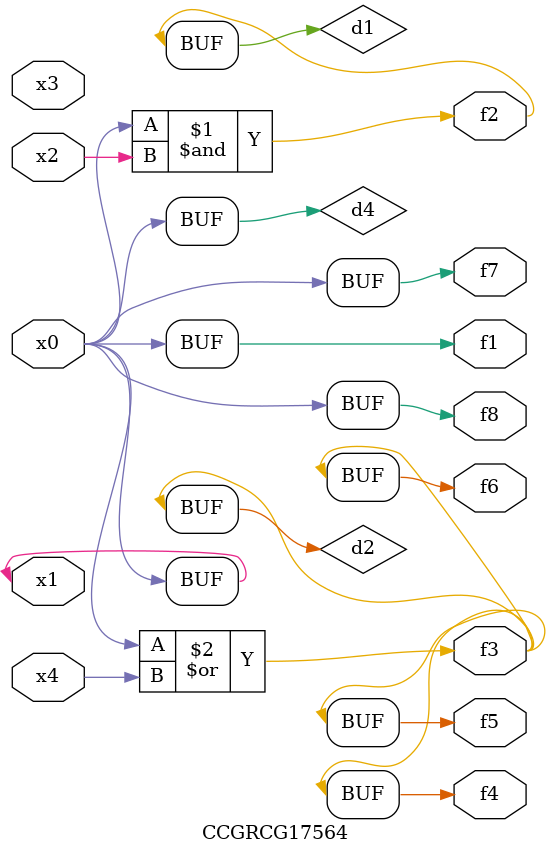
<source format=v>
module CCGRCG17564(
	input x0, x1, x2, x3, x4,
	output f1, f2, f3, f4, f5, f6, f7, f8
);

	wire d1, d2, d3, d4;

	and (d1, x0, x2);
	or (d2, x0, x4);
	nand (d3, x0, x2);
	buf (d4, x0, x1);
	assign f1 = d4;
	assign f2 = d1;
	assign f3 = d2;
	assign f4 = d2;
	assign f5 = d2;
	assign f6 = d2;
	assign f7 = d4;
	assign f8 = d4;
endmodule

</source>
